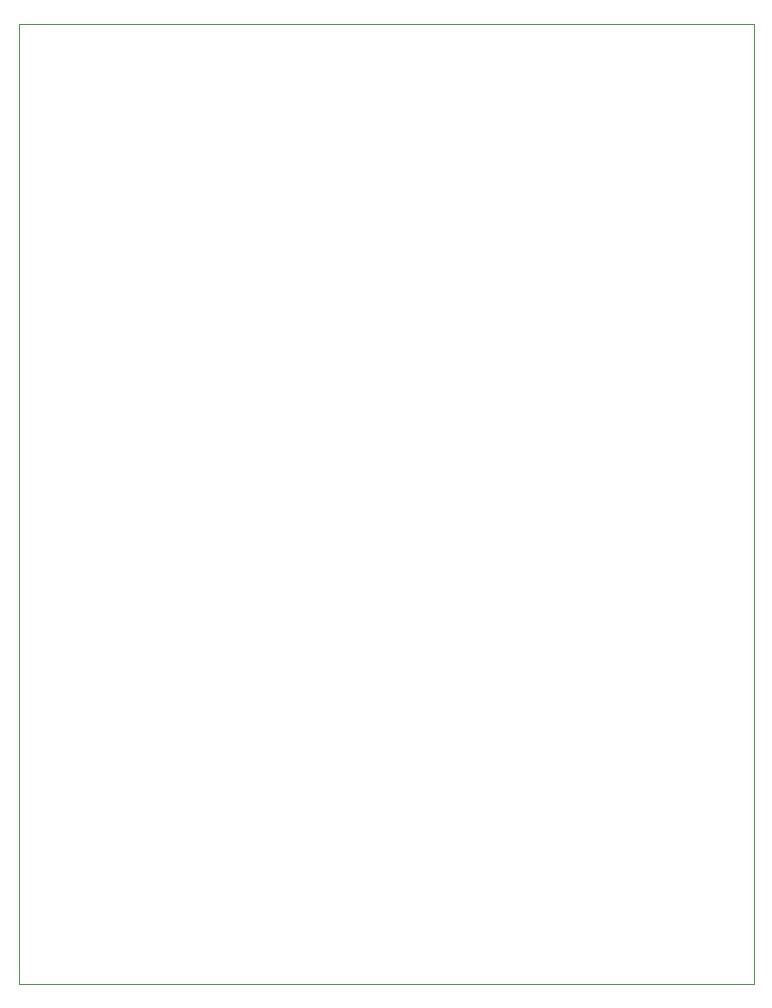
<source format=gbr>
G04 #@! TF.GenerationSoftware,KiCad,Pcbnew,(5.1.4)-1*
G04 #@! TF.CreationDate,2019-10-08T20:05:44+02:00*
G04 #@! TF.ProjectId,weather,77656174-6865-4722-9e6b-696361645f70,rev?*
G04 #@! TF.SameCoordinates,Original*
G04 #@! TF.FileFunction,Profile,NP*
%FSLAX46Y46*%
G04 Gerber Fmt 4.6, Leading zero omitted, Abs format (unit mm)*
G04 Created by KiCad (PCBNEW (5.1.4)-1) date 2019-10-08 20:05:44*
%MOMM*%
%LPD*%
G04 APERTURE LIST*
%ADD10C,0.050000*%
G04 APERTURE END LIST*
D10*
X158750000Y-57150000D02*
X96520000Y-57150000D01*
X158750000Y-138430000D02*
X158750000Y-57150000D01*
X96520000Y-138430000D02*
X158750000Y-138430000D01*
X96520000Y-57150000D02*
X96520000Y-138430000D01*
M02*

</source>
